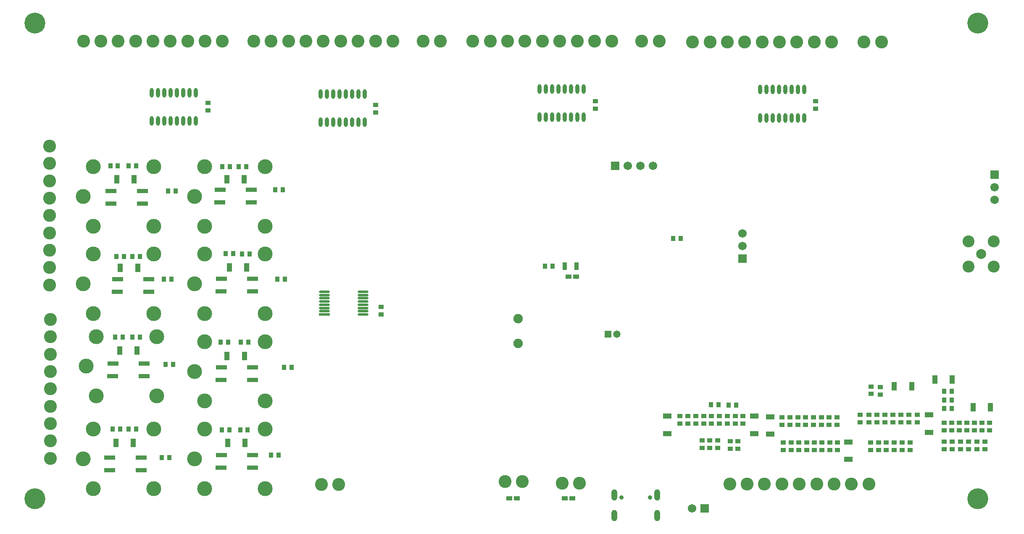
<source format=gbs>
G04*
G04 #@! TF.GenerationSoftware,Altium Limited,Altium Designer,23.10.1 (27)*
G04*
G04 Layer_Color=16711935*
%FSLAX25Y25*%
%MOIN*%
G70*
G04*
G04 #@! TF.SameCoordinates,EE2D7E3A-8854-4FD1-8856-1E75453D7B45*
G04*
G04*
G04 #@! TF.FilePolarity,Negative*
G04*
G01*
G75*
%ADD67R,0.03556X0.04147*%
%ADD69R,0.04147X0.03556*%
%ADD70R,0.04800X0.03800*%
%ADD99C,0.10249*%
%ADD100C,0.05800*%
%ADD101R,0.05800X0.05800*%
%ADD102C,0.11800*%
%ADD103C,0.16548*%
%ADD104C,0.06706*%
%ADD105R,0.06706X0.06706*%
%ADD106C,0.07480*%
%ADD107R,0.06706X0.06706*%
%ADD108C,0.09461*%
%ADD109C,0.07887*%
%ADD110O,0.04737X0.09068*%
%ADD111C,0.03438*%
%ADD143R,0.06706X0.04343*%
%ADD144R,0.04343X0.06706*%
%ADD145R,0.08800X0.03800*%
%ADD146O,0.03005X0.07670*%
%ADD147R,0.03359X0.06115*%
%ADD148O,0.08674X0.02060*%
%ADD149R,0.08674X0.02060*%
D67*
X741094Y91500D02*
D03*
X747000D02*
D03*
Y98000D02*
D03*
X741094D02*
D03*
X532000Y226500D02*
D03*
X526094D02*
D03*
X424500Y204500D02*
D03*
X430406D02*
D03*
X122095Y194000D02*
D03*
X128000D02*
D03*
X168095Y74500D02*
D03*
X174000D02*
D03*
X182595D02*
D03*
X188500D02*
D03*
X207000Y54500D02*
D03*
X212906D02*
D03*
X84500Y212000D02*
D03*
X90405D02*
D03*
X120500Y52500D02*
D03*
X126406D02*
D03*
X97000Y212000D02*
D03*
X102905D02*
D03*
X212094Y194000D02*
D03*
X218000D02*
D03*
X81500Y75000D02*
D03*
X87406D02*
D03*
X94000D02*
D03*
X99906D02*
D03*
X184000Y214000D02*
D03*
X189906D02*
D03*
X123500Y126500D02*
D03*
X129405D02*
D03*
X171000Y214500D02*
D03*
X176906D02*
D03*
X125500Y264000D02*
D03*
X131405D02*
D03*
X79594Y284000D02*
D03*
X85500D02*
D03*
X217500Y124000D02*
D03*
X223406D02*
D03*
X83500Y148000D02*
D03*
X89406D02*
D03*
X97000D02*
D03*
X102905D02*
D03*
X94000Y284000D02*
D03*
X99906D02*
D03*
X183095Y144000D02*
D03*
X189000D02*
D03*
X167095D02*
D03*
X173000D02*
D03*
X210500Y265000D02*
D03*
X216406D02*
D03*
X168500Y283500D02*
D03*
X174406D02*
D03*
X181500D02*
D03*
X187406D02*
D03*
X741094Y105000D02*
D03*
X747000D02*
D03*
X561905Y94500D02*
D03*
X556000D02*
D03*
X570094Y94000D02*
D03*
X576000D02*
D03*
D69*
X294500Y172000D02*
D03*
Y166095D02*
D03*
X741000Y80000D02*
D03*
Y74094D02*
D03*
X747000Y74094D02*
D03*
Y80000D02*
D03*
X753000Y80000D02*
D03*
Y74094D02*
D03*
X759000Y74094D02*
D03*
Y80000D02*
D03*
X765000Y74094D02*
D03*
Y80000D02*
D03*
X771000Y80000D02*
D03*
Y74094D02*
D03*
X777000Y74094D02*
D03*
Y80000D02*
D03*
X719571Y80500D02*
D03*
Y86405D02*
D03*
X713214Y86405D02*
D03*
Y80500D02*
D03*
X706857Y86405D02*
D03*
Y80500D02*
D03*
X700500Y80500D02*
D03*
Y86405D02*
D03*
X694143Y80500D02*
D03*
Y86405D02*
D03*
X687786Y80500D02*
D03*
Y86405D02*
D03*
X681429D02*
D03*
Y80500D02*
D03*
X674500Y80594D02*
D03*
Y86500D02*
D03*
X690500Y108500D02*
D03*
Y102594D02*
D03*
X683000Y103000D02*
D03*
Y108905D02*
D03*
X612500Y78594D02*
D03*
Y84500D02*
D03*
X618714Y84500D02*
D03*
Y78594D02*
D03*
X624929Y78594D02*
D03*
Y84500D02*
D03*
X631143Y84500D02*
D03*
Y78594D02*
D03*
X637357Y78594D02*
D03*
Y84500D02*
D03*
X643571Y84500D02*
D03*
Y78594D02*
D03*
X649786Y78594D02*
D03*
Y84500D02*
D03*
X656000Y78594D02*
D03*
Y84500D02*
D03*
X531500Y79500D02*
D03*
Y85405D02*
D03*
X537750Y85405D02*
D03*
Y79500D02*
D03*
X544000Y79500D02*
D03*
Y85405D02*
D03*
X556500Y79500D02*
D03*
Y85405D02*
D03*
X550250Y85405D02*
D03*
Y79500D02*
D03*
X562750Y85405D02*
D03*
Y79500D02*
D03*
X569000Y79500D02*
D03*
Y85405D02*
D03*
X575250Y85405D02*
D03*
Y79500D02*
D03*
X581500Y79500D02*
D03*
Y85405D02*
D03*
X549000Y66000D02*
D03*
Y60094D02*
D03*
X555000D02*
D03*
Y66000D02*
D03*
X561500Y60094D02*
D03*
Y66000D02*
D03*
X571500Y65500D02*
D03*
Y59595D02*
D03*
X577500D02*
D03*
Y65500D02*
D03*
X613500Y58595D02*
D03*
Y64500D02*
D03*
X619643Y58595D02*
D03*
Y64500D02*
D03*
X625786Y58595D02*
D03*
Y64500D02*
D03*
X631929Y64500D02*
D03*
Y58595D02*
D03*
X638071Y64500D02*
D03*
Y58595D02*
D03*
X644214Y58595D02*
D03*
Y64500D02*
D03*
X650357Y64500D02*
D03*
Y58595D02*
D03*
X656500Y58595D02*
D03*
Y64500D02*
D03*
X682572Y58595D02*
D03*
Y64500D02*
D03*
X689072Y58500D02*
D03*
Y64406D02*
D03*
X695072Y58500D02*
D03*
Y64406D02*
D03*
X701500D02*
D03*
Y58500D02*
D03*
X707572Y64500D02*
D03*
Y58595D02*
D03*
X714072D02*
D03*
Y64500D02*
D03*
X747500Y59095D02*
D03*
Y65000D02*
D03*
X754000Y65000D02*
D03*
Y59095D02*
D03*
X760500Y59095D02*
D03*
Y65000D02*
D03*
X767000Y65000D02*
D03*
Y59095D02*
D03*
X773500Y59095D02*
D03*
Y65000D02*
D03*
X157000Y328095D02*
D03*
Y334000D02*
D03*
X290000Y326594D02*
D03*
Y332500D02*
D03*
X464500Y329594D02*
D03*
Y335500D02*
D03*
X639000Y329594D02*
D03*
Y335500D02*
D03*
X741000Y59095D02*
D03*
Y65000D02*
D03*
D70*
X449000Y196000D02*
D03*
X442902D02*
D03*
X446098Y20000D02*
D03*
X439902D02*
D03*
X402098D02*
D03*
X395902D02*
D03*
D99*
X58323Y383000D02*
D03*
X72102D02*
D03*
X85882D02*
D03*
X99661D02*
D03*
X113441D02*
D03*
X127220D02*
D03*
X140999D02*
D03*
X154780D02*
D03*
X168559D02*
D03*
X303677D02*
D03*
X289898D02*
D03*
X276118D02*
D03*
X262339D02*
D03*
X248559D02*
D03*
X234780D02*
D03*
X221000D02*
D03*
X207221D02*
D03*
X193441D02*
D03*
X327610D02*
D03*
X341389D02*
D03*
X477456D02*
D03*
X463677D02*
D03*
X449897D02*
D03*
X436118D02*
D03*
X422338D02*
D03*
X408559D02*
D03*
X394779D02*
D03*
X381000D02*
D03*
X367220D02*
D03*
X501221D02*
D03*
X514999D02*
D03*
X541500Y382500D02*
D03*
X651736D02*
D03*
X637957D02*
D03*
X624177D02*
D03*
X610398D02*
D03*
X596618D02*
D03*
X582839D02*
D03*
X569059D02*
D03*
X555280D02*
D03*
X691279D02*
D03*
X677500D02*
D03*
X406390Y33500D02*
D03*
X392611D02*
D03*
X451890Y32000D02*
D03*
X438110D02*
D03*
X681237Y31500D02*
D03*
X247001Y31000D02*
D03*
X260780D02*
D03*
X31500Y299838D02*
D03*
Y286059D02*
D03*
Y272279D02*
D03*
Y258500D02*
D03*
Y244720D02*
D03*
Y230941D02*
D03*
Y217161D02*
D03*
Y203382D02*
D03*
Y189602D02*
D03*
X32000Y162118D02*
D03*
Y148339D02*
D03*
Y134559D02*
D03*
Y120780D02*
D03*
Y107000D02*
D03*
Y93221D02*
D03*
Y79441D02*
D03*
Y65662D02*
D03*
Y51882D02*
D03*
X571000Y31500D02*
D03*
X584780D02*
D03*
X598560D02*
D03*
X612338D02*
D03*
X626119D02*
D03*
X639897D02*
D03*
X653678D02*
D03*
X667456D02*
D03*
D100*
X481500Y150500D02*
D03*
D101*
X474500D02*
D03*
D102*
X68421Y101378D02*
D03*
X116453Y101380D02*
D03*
X60547Y125000D02*
D03*
X68421Y148622D02*
D03*
X116453Y148620D02*
D03*
X66000Y236256D02*
D03*
X114032Y236258D02*
D03*
X58126Y259878D02*
D03*
X66000Y283500D02*
D03*
X114032Y283498D02*
D03*
Y214039D02*
D03*
X66000Y214041D02*
D03*
X58126Y190419D02*
D03*
X114032Y166799D02*
D03*
X66000Y166797D02*
D03*
X154421Y97337D02*
D03*
Y27878D02*
D03*
Y166797D02*
D03*
Y236256D02*
D03*
X66000Y27878D02*
D03*
X202453Y166799D02*
D03*
X146547Y190419D02*
D03*
X154421Y214041D02*
D03*
X202453Y214039D02*
D03*
Y27880D02*
D03*
X146547Y51500D02*
D03*
X154421Y75122D02*
D03*
X202453Y75120D02*
D03*
Y97339D02*
D03*
X146547Y120959D02*
D03*
X154421Y144581D02*
D03*
X202453Y144579D02*
D03*
Y236258D02*
D03*
X146547Y259878D02*
D03*
X154421Y283500D02*
D03*
X202453Y283498D02*
D03*
X114032Y27880D02*
D03*
X58126Y51500D02*
D03*
X66000Y75122D02*
D03*
X114032Y75120D02*
D03*
D103*
X767717Y397638D02*
D03*
Y19685D02*
D03*
X19685D02*
D03*
Y397638D02*
D03*
D104*
X581000Y230500D02*
D03*
Y220500D02*
D03*
X500000Y284000D02*
D03*
X781000Y267000D02*
D03*
Y257000D02*
D03*
X541000Y12000D02*
D03*
X510000Y284000D02*
D03*
X490000D02*
D03*
D105*
X581000Y210500D02*
D03*
X781000Y277000D02*
D03*
D106*
X403000Y143157D02*
D03*
Y162843D02*
D03*
D107*
X480000Y284000D02*
D03*
X551000Y12000D02*
D03*
D108*
X780500Y204000D02*
D03*
Y224000D02*
D03*
X760500Y204000D02*
D03*
Y224000D02*
D03*
D109*
X770500Y214000D02*
D03*
D110*
X513508Y22800D02*
D03*
Y6462D02*
D03*
X479492Y22800D02*
D03*
Y6462D02*
D03*
D111*
X485122Y20832D02*
D03*
X507878D02*
D03*
D143*
X729072Y72610D02*
D03*
Y86390D02*
D03*
X521500Y71610D02*
D03*
Y85390D02*
D03*
X603000Y84890D02*
D03*
Y71110D02*
D03*
X665000Y64890D02*
D03*
Y51110D02*
D03*
X590500Y85390D02*
D03*
Y71610D02*
D03*
D144*
X733720Y114500D02*
D03*
X747500D02*
D03*
X764110Y92500D02*
D03*
X777890D02*
D03*
X701500Y109000D02*
D03*
X715279D02*
D03*
X186390Y64000D02*
D03*
X172610D02*
D03*
X97890D02*
D03*
X84110D02*
D03*
X186000Y133000D02*
D03*
X172221D02*
D03*
X100890Y137500D02*
D03*
X87110D02*
D03*
X187890Y203500D02*
D03*
X174110D02*
D03*
X101279Y203000D02*
D03*
X87500D02*
D03*
X185890Y273500D02*
D03*
X172110D02*
D03*
X98390D02*
D03*
X84610D02*
D03*
D145*
X167500Y44500D02*
D03*
X167600Y54500D02*
D03*
X192500Y44500D02*
D03*
Y54500D02*
D03*
X79000Y42500D02*
D03*
X79100Y52500D02*
D03*
X104000Y42500D02*
D03*
Y52500D02*
D03*
X167500Y114000D02*
D03*
X167600Y124000D02*
D03*
X192500Y114000D02*
D03*
Y124000D02*
D03*
X81500Y117000D02*
D03*
X81600Y127000D02*
D03*
X106500Y117000D02*
D03*
Y127000D02*
D03*
X167500Y184500D02*
D03*
X167600Y194500D02*
D03*
X192500Y184500D02*
D03*
Y194500D02*
D03*
X85210Y184000D02*
D03*
X85309Y194000D02*
D03*
X110209Y184000D02*
D03*
Y194000D02*
D03*
X166500Y255000D02*
D03*
X166600Y265000D02*
D03*
X191500Y255000D02*
D03*
Y265000D02*
D03*
X80000Y254000D02*
D03*
X80100Y264000D02*
D03*
X105000Y254000D02*
D03*
Y264000D02*
D03*
D146*
X147500Y319691D02*
D03*
X142500D02*
D03*
X137500D02*
D03*
X132500D02*
D03*
X127500D02*
D03*
X122500D02*
D03*
X117500D02*
D03*
X112500D02*
D03*
X147500Y342309D02*
D03*
X142500D02*
D03*
X137500D02*
D03*
X132500D02*
D03*
X127500D02*
D03*
X122500D02*
D03*
X117500D02*
D03*
X112500D02*
D03*
X281500Y318691D02*
D03*
X276500D02*
D03*
X271500D02*
D03*
X266500D02*
D03*
X261500D02*
D03*
X256500D02*
D03*
X251500D02*
D03*
X246500D02*
D03*
X281500Y341309D02*
D03*
X276500D02*
D03*
X271500D02*
D03*
X266500D02*
D03*
X261500D02*
D03*
X256500D02*
D03*
X251500D02*
D03*
X246500D02*
D03*
X455000Y322691D02*
D03*
X450000D02*
D03*
X445000D02*
D03*
X440000D02*
D03*
X435000D02*
D03*
X430000D02*
D03*
X425000D02*
D03*
X420000D02*
D03*
X455000Y345309D02*
D03*
X450000D02*
D03*
X445000D02*
D03*
X440000D02*
D03*
X435000D02*
D03*
X430000D02*
D03*
X425000D02*
D03*
X420000D02*
D03*
X630000Y322191D02*
D03*
X625000D02*
D03*
X620000D02*
D03*
X615000D02*
D03*
X610000D02*
D03*
X605000D02*
D03*
X600000D02*
D03*
X595000D02*
D03*
X630000Y344809D02*
D03*
X625000D02*
D03*
X620000D02*
D03*
X615000D02*
D03*
X610000D02*
D03*
X605000D02*
D03*
X600000D02*
D03*
X595000D02*
D03*
D147*
X449449Y204500D02*
D03*
X440000D02*
D03*
D148*
X280009Y184113D02*
D03*
Y178995D02*
D03*
Y176436D02*
D03*
Y168759D02*
D03*
X249300Y181554D02*
D03*
Y178995D02*
D03*
Y176436D02*
D03*
Y173877D02*
D03*
Y171318D02*
D03*
Y168759D02*
D03*
X280009Y171318D02*
D03*
Y166200D02*
D03*
Y181554D02*
D03*
Y173877D02*
D03*
X249300Y184113D02*
D03*
D149*
Y166200D02*
D03*
M02*

</source>
